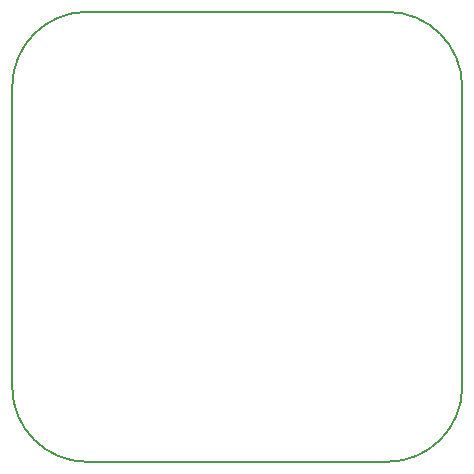
<source format=gbr>
G04 #@! TF.FileFunction,Profile,NP*
%FSLAX46Y46*%
G04 Gerber Fmt 4.6, Leading zero omitted, Abs format (unit mm)*
G04 Created by KiCad (PCBNEW 4.0.5) date 04/11/17 14:31:45*
%MOMM*%
%LPD*%
G01*
G04 APERTURE LIST*
%ADD10C,0.100000*%
%ADD11C,0.150000*%
G04 APERTURE END LIST*
D10*
D11*
X25400000Y-57150000D02*
X25400000Y-31750000D01*
X57150000Y-63500000D02*
X31750000Y-63500000D01*
X63500000Y-31750000D02*
X63500000Y-57150000D01*
X31750000Y-25400000D02*
X57150000Y-25400000D01*
X57150000Y-63500000D02*
G75*
G03X63500000Y-57150000I0J6350000D01*
G01*
X25400000Y-57150000D02*
G75*
G03X31750000Y-63500000I6350000J0D01*
G01*
X31750000Y-25400000D02*
G75*
G03X25400000Y-31750000I0J-6350000D01*
G01*
X63500000Y-31750000D02*
G75*
G03X57150000Y-25400000I-6350000J0D01*
G01*
M02*

</source>
